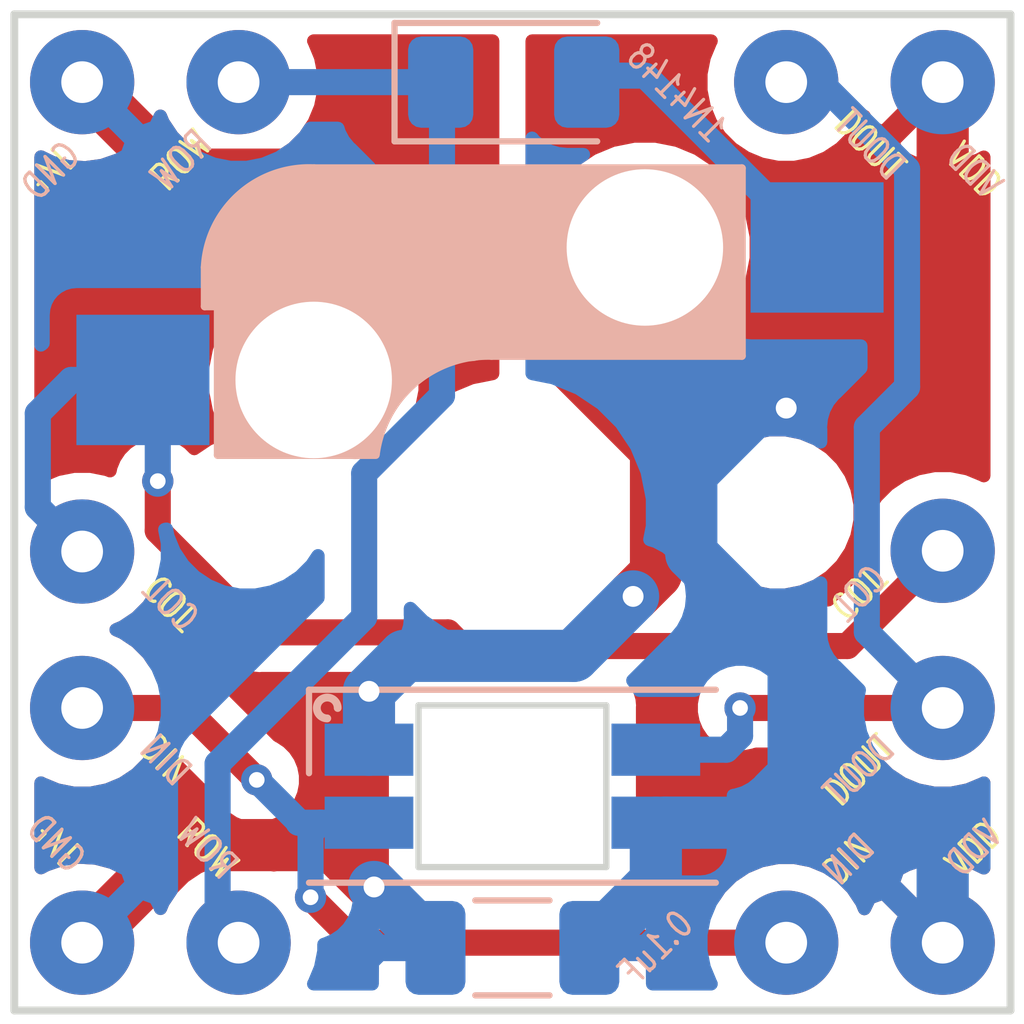
<source format=kicad_pcb>
(kicad_pcb (version 20171130) (host pcbnew "(5.1.9)-1")

  (general
    (thickness 1.6)
    (drawings 7)
    (tracks 83)
    (zones 0)
    (modules 17)
    (nets 8)
  )

  (page A4)
  (layers
    (0 F.Cu signal hide)
    (31 B.Cu signal hide)
    (32 B.Adhes user)
    (33 F.Adhes user)
    (34 B.Paste user)
    (35 F.Paste user)
    (36 B.SilkS user)
    (37 F.SilkS user)
    (38 B.Mask user)
    (39 F.Mask user)
    (40 Dwgs.User user)
    (41 Cmts.User user)
    (42 Eco1.User user)
    (43 Eco2.User user)
    (44 Edge.Cuts user)
    (45 Margin user)
    (46 B.CrtYd user)
    (47 F.CrtYd user)
    (48 B.Fab user)
    (49 F.Fab user)
  )

  (setup
    (last_trace_width 0.5)
    (user_trace_width 0.25)
    (user_trace_width 0.5)
    (trace_clearance 0.2)
    (zone_clearance 0.508)
    (zone_45_only no)
    (trace_min 0.2)
    (via_size 0.6)
    (via_drill 0.3)
    (via_min_size 0.6)
    (via_min_drill 0.3)
    (uvia_size 0.3)
    (uvia_drill 0.1)
    (uvias_allowed no)
    (uvia_min_size 0.2)
    (uvia_min_drill 0.1)
    (edge_width 0.1)
    (segment_width 0.2)
    (pcb_text_width 0.3)
    (pcb_text_size 1.5 1.5)
    (mod_edge_width 0.15)
    (mod_text_size 1 1)
    (mod_text_width 0.15)
    (pad_size 2 2)
    (pad_drill 0.8001)
    (pad_to_mask_clearance 0)
    (aux_axis_origin 0 0)
    (visible_elements 7FFFFFFF)
    (pcbplotparams
      (layerselection 0x010fc_ffffffff)
      (usegerberextensions false)
      (usegerberattributes true)
      (usegerberadvancedattributes true)
      (creategerberjobfile true)
      (excludeedgelayer true)
      (linewidth 0.100000)
      (plotframeref false)
      (viasonmask false)
      (mode 1)
      (useauxorigin false)
      (hpglpennumber 1)
      (hpglpenspeed 20)
      (hpglpendiameter 15.000000)
      (psnegative false)
      (psa4output false)
      (plotreference true)
      (plotvalue true)
      (plotinvisibletext false)
      (padsonsilk false)
      (subtractmaskfromsilk false)
      (outputformat 1)
      (mirror false)
      (drillshape 1)
      (scaleselection 1)
      (outputdirectory ""))
  )

  (net 0 "")
  (net 1 /VCC)
  (net 2 /GND)
  (net 3 /ROW_N)
  (net 4 "Net-(D1-Pad2)")
  (net 5 /COL_N)
  (net 6 /LED_DI)
  (net 7 /LED_DO)

  (net_class Default "This is the default net class."
    (clearance 0.2)
    (trace_width 0.5)
    (via_dia 0.6)
    (via_drill 0.3)
    (uvia_dia 0.3)
    (uvia_drill 0.1)
    (add_net /COL_N)
    (add_net /LED_DI)
    (add_net /LED_DO)
    (add_net /ROW_N)
    (add_net "Net-(D1-Pad2)")
  )

  (net_class POWER ""
    (clearance 0.2)
    (trace_width 1)
    (via_dia 0.8)
    (via_drill 0.4)
    (uvia_dia 0.3)
    (uvia_drill 0.1)
    (add_net /GND)
    (add_net /VCC)
  )

  (module "" (layer B.Cu) (tedit 0) (tstamp 60362D51)
    (at 90 87.5)
    (fp_text reference "" (at 99.75 -83) (layer B.SilkS)
      (effects (font (size 1.27 1.27) (thickness 0.15)) (justify mirror))
    )
    (fp_text value "" (at 99.75 -83) (layer B.SilkS)
      (effects (font (size 1.27 1.27) (thickness 0.15)) (justify mirror))
    )
    (fp_text user ROW (at 3.9 -3.3 -45) (layer F.SilkS)
      (effects (font (size 0.5 0.4) (thickness 0.0625)))
    )
    (fp_text user DIN (at 16.2 -3.1 -135) (layer F.SilkS)
      (effects (font (size 0.5 0.4) (thickness 0.0625)))
    )
    (fp_text user COL (at 3.2 -8 -225) (layer F.SilkS)
      (effects (font (size 0.5 0.4) (thickness 0.0625)))
    )
    (fp_text user DOUT (at 16.4 -4.8 -135) (layer F.SilkS)
      (effects (font (size 0.5 0.4) (thickness 0.0625)))
    )
    (fp_text user DOUT (at 16.6 -16.8 -225) (layer F.SilkS)
      (effects (font (size 0.5 0.4) (thickness 0.0625)))
    )
    (fp_text user COL (at 16.4 -8.2 -135) (layer F.SilkS)
      (effects (font (size 0.5 0.4) (thickness 0.0625)))
    )
    (fp_text user ROW (at 3.4 -16.5 -315) (layer F.SilkS)
      (effects (font (size 0.5 0.4) (thickness 0.0625)))
    )
    (fp_text user VDD (at 18.6 -16.3 -45) (layer F.SilkS)
      (effects (font (size 0.5 0.4) (thickness 0.0625)))
    )
    (fp_text user GND (at 0.9 -16.3 -135) (layer F.SilkS)
      (effects (font (size 0.5 0.4) (thickness 0.0625)))
    )
    (fp_text user VDD (at 18.6 -3.3 -135) (layer F.SilkS)
      (effects (font (size 0.5 0.4) (thickness 0.0625)))
    )
    (fp_text user GND (at 1 -3.4 -45) (layer F.SilkS)
      (effects (font (size 0.5 0.4) (thickness 0.0625)))
    )
    (fp_text user DIN (at 3.1 -5 -45) (layer F.SilkS)
      (effects (font (size 0.5 0.4) (thickness 0.0625)))
    )
  )

  (module kbd:YS-SK6812MINI-E (layer B.Cu) (tedit 60355946) (tstamp 60352D08)
    (at 99.75 83)
    (path /6023B217)
    (fp_text reference L1 (at -4.75 -1.4) (layer B.SilkS) hide
      (effects (font (size 1 1) (thickness 0.15)) (justify mirror))
    )
    (fp_text value SK6812_mini-e (at 3.55 6.4) (layer B.Fab)
      (effects (font (size 1 1) (thickness 0.15)) (justify mirror))
    )
    (fp_line (start -1.6 1.4) (end 1.6 1.4) (layer Dwgs.User) (width 0.12))
    (fp_line (start -1.6 -1.4) (end 1.6 -1.4) (layer Dwgs.User) (width 0.12))
    (fp_line (start -1.6 1.4) (end -1.6 -1.4) (layer Dwgs.User) (width 0.12))
    (fp_line (start 1.6 1.4) (end 1.6 -1.4) (layer Dwgs.User) (width 0.12))
    (fp_line (start -1.6 1.05) (end -2.94 1.05) (layer Dwgs.User) (width 0.12))
    (fp_line (start -2.94 1.05) (end -2.94 0.37) (layer Dwgs.User) (width 0.12))
    (fp_line (start -2.94 0.37) (end -1.6 0.37) (layer Dwgs.User) (width 0.12))
    (fp_line (start -1.6 -0.35) (end -2.94 -0.35) (layer Dwgs.User) (width 0.12))
    (fp_line (start -2.94 -1.03) (end -1.6 -1.03) (layer Dwgs.User) (width 0.12))
    (fp_line (start -2.94 -0.35) (end -2.94 -1.03) (layer Dwgs.User) (width 0.12))
    (fp_line (start 1.6 -1.03) (end 2.94 -1.03) (layer Dwgs.User) (width 0.12))
    (fp_line (start 2.94 -0.35) (end 1.6 -0.35) (layer Dwgs.User) (width 0.12))
    (fp_line (start 2.94 -1.03) (end 2.94 -0.35) (layer Dwgs.User) (width 0.12))
    (fp_line (start 1.6 0.37) (end 2.94 0.37) (layer Dwgs.User) (width 0.12))
    (fp_line (start 2.94 1.05) (end 1.6 1.05) (layer Dwgs.User) (width 0.12))
    (fp_line (start 2.94 0.37) (end 2.94 1.05) (layer Dwgs.User) (width 0.12))
    (fp_line (start -1.6 -0.7) (end -0.8 -1.4) (layer Dwgs.User) (width 0.12))
    (fp_line (start -3.9 -1.85) (end 3.9 -1.85) (layer B.SilkS) (width 0.12))
    (fp_line (start 3.9 1.85) (end -3.9 1.85) (layer B.SilkS) (width 0.12))
    (fp_line (start -3.9 -0.25) (end -3.9 -1.85) (layer B.SilkS) (width 0.12))
    (fp_line (start -1.8 1.55) (end -1.8 -1.55) (layer Edge.Cuts) (width 0.12))
    (fp_line (start -1.8 -1.55) (end 1.8 -1.55) (layer Edge.Cuts) (width 0.12))
    (fp_line (start 1.8 -1.55) (end 1.8 1.55) (layer Edge.Cuts) (width 0.12))
    (fp_line (start 1.8 1.55) (end -1.8 1.55) (layer Edge.Cuts) (width 0.12))
    (pad 4 smd rect (at -2.75 0.7) (size 1.7 1) (layers B.Cu B.Paste B.Mask)
      (net 6 /LED_DI))
    (pad 3 smd rect (at -2.75 -0.7) (size 1.7 1) (layers B.Cu B.Paste B.Mask)
      (net 2 /GND))
    (pad 1 smd rect (at 2.75 0.7) (size 1.7 1) (layers B.Cu B.Paste B.Mask)
      (net 1 /VCC))
    (pad 2 smd rect (at 2.75 -0.7) (size 1.7 1) (layers B.Cu B.Paste B.Mask)
      (net 7 /LED_DO))
    (model /Users/foostan/src/github.com/foostan/kbd/kicad-packages3D/kbd.3dshapes/YS-SK6812MINI-E.step
      (offset (xyz 0 0 0.14986))
      (scale (xyz 1 1 1))
      (rotate (xyz 180 0 180))
    )
    (model ${KIPRJMOD}/footprints/kicad-packages3D/kbd.3dshapes/YS-SK6812MINI-E.step
      (at (xyz 0 0 0))
      (scale (xyz 1 1 1))
      (rotate (xyz 0 180 0))
    )
  )

  (module kbd:CherryMX_Hotswap (layer F.Cu) (tedit 60354CE3) (tstamp 60352D27)
    (at 99.75 77.75)
    (path /5F6D180E)
    (fp_text reference SW1 (at 7.1 8.2) (layer F.SilkS) hide
      (effects (font (size 0.5 0.4) (thickness 0.0625)))
    )
    (fp_text value SW_Push (at -6.45 11.75) (layer F.Fab) hide
      (effects (font (size 1 1) (thickness 0.15)))
    )
    (fp_arc (start -0.465 -0.83) (end -0.4 -3) (angle -84) (layer B.SilkS) (width 0.15))
    (fp_arc (start -3.9 -4.6) (end -3.800001 -6.6) (angle -90) (layer B.SilkS) (width 0.15))
    (fp_arc (start -0.865 -1.23) (end -0.8 -3.4) (angle -84) (layer B.SilkS) (width 1))
    (fp_line (start -7 7) (end -6 7) (layer Dwgs.User) (width 0.15))
    (fp_line (start 7 -7) (end 7 -6) (layer Dwgs.User) (width 0.15))
    (fp_line (start -7 -7) (end -6 -7) (layer Dwgs.User) (width 0.15))
    (fp_line (start 7 7) (end 7 6) (layer Dwgs.User) (width 0.15))
    (fp_line (start 6 7) (end 7 7) (layer Dwgs.User) (width 0.15))
    (fp_line (start -7 6) (end -7 7) (layer Dwgs.User) (width 0.15))
    (fp_line (start 7 -7) (end 6 -7) (layer Dwgs.User) (width 0.15))
    (fp_line (start -7 -6) (end -7 -7) (layer Dwgs.User) (width 0.15))
    (fp_line (start -9.525 9.525) (end -9.525 -9.525) (layer Dwgs.User) (width 0.15))
    (fp_line (start 9.525 9.525) (end -9.525 9.525) (layer Dwgs.User) (width 0.15))
    (fp_line (start 9.525 -9.525) (end 9.525 9.525) (layer Dwgs.User) (width 0.15))
    (fp_line (start -9.525 -9.525) (end 9.525 -9.525) (layer Dwgs.User) (width 0.15))
    (fp_line (start -5.8 -4.05) (end -5.8 -4.7) (layer B.SilkS) (width 0.3))
    (fp_line (start -5.3 -1.6) (end -5.3 -3.399999) (layer B.SilkS) (width 0.8))
    (fp_line (start -4.17 -5.1) (end -4.17 -2.86) (layer B.SilkS) (width 3))
    (fp_line (start 4.2 -3.25) (end 2.9 -3.3) (layer B.SilkS) (width 0.5))
    (fp_line (start 3.9 -6) (end 3.9 -3.5) (layer B.SilkS) (width 1))
    (fp_line (start 2.6 -4.8) (end -4.1 -4.8) (layer B.SilkS) (width 3.5))
    (fp_line (start 4.4 -3) (end 4.4 -6.6) (layer B.SilkS) (width 0.15))
    (fp_line (start 4.38 -4) (end 4.38 -6.25) (layer B.SilkS) (width 0.15))
    (fp_line (start -5.9 -3.95) (end -5.7 -3.95) (layer B.SilkS) (width 0.15))
    (fp_line (start -5.65 -5.55) (end -5.65 -1.1) (layer B.SilkS) (width 0.15))
    (fp_line (start -5.9 -4.7) (end -5.9 -3.95) (layer B.SilkS) (width 0.15))
    (fp_line (start -5.65 -1.1) (end -2.62 -1.1) (layer B.SilkS) (width 0.15))
    (fp_line (start -0.4 -3) (end 4.4 -3) (layer B.SilkS) (width 0.15))
    (fp_line (start 4.4 -6.6) (end -3.800001 -6.6) (layer B.SilkS) (width 0.15))
    (fp_line (start -5.45 -1.3) (end -3 -1.3) (layer B.SilkS) (width 0.5))
    (fp_line (start 4.25 -6.4) (end 3 -6.4) (layer B.SilkS) (width 0.4))
    (pad "" np_thru_hole circle (at 2.54 -5.08) (size 3 3) (drill 3) (layers *.Cu *.Mask))
    (pad "" np_thru_hole circle (at -3.81 -2.54) (size 3 3) (drill 3) (layers *.Cu *.Mask))
    (pad 2 smd rect (at 5.842 -5.08 180) (size 2.55 2.5) (layers B.Cu B.Paste B.Mask)
      (net 4 "Net-(D1-Pad2)"))
    (pad "" np_thru_hole circle (at -5.08 0) (size 1.9 1.9) (drill 1.9) (layers *.Cu *.Mask))
    (pad "" np_thru_hole circle (at 5.08 0) (size 1.9 1.9) (drill 1.9) (layers *.Cu *.Mask))
    (pad "" np_thru_hole circle (at 0 0 90) (size 4.1 4.1) (drill 4.1) (layers *.Cu *.Mask))
    (pad 1 smd rect (at -7.085 -2.54 180) (size 2.55 2.5) (layers B.Cu B.Paste B.Mask)
      (net 5 /COL_N))
    (model /Users/foostan/src/github.com/foostan/kbd/kicad-packages3D/kbd.3dshapes/Kailh-CherryMX-Socket.step
      (offset (xyz -0.8 7.6 -3.6))
      (scale (xyz 1 1 1))
      (rotate (xyz 0 0 180))
    )
    (model ${KIPRJMOD}/footprints/kicad-packages3D/kbd.3dshapes/Kailh-CherryMX-Socket.step
      (offset (xyz -1.27 7.62 -3.4798))
      (scale (xyz 1 1 1))
      (rotate (xyz -180 180 0))
    )
  )

  (module Connector_Wire:SolderWirePad_1x01_Drill0.8mm (layer F.Cu) (tedit 5A2676A0) (tstamp 60361D01)
    (at 108 86)
    (descr "Wire solder connection")
    (tags connector)
    (path /5F7104B2)
    (attr virtual)
    (fp_text reference J1 (at 0 -2.04) (layer F.SilkS) hide
      (effects (font (size 0.5 0.4) (thickness 0.0625)))
    )
    (fp_text value VDD (at 0.6 -1.8 45) (layer B.SilkS)
      (effects (font (size 0.5 0.4) (thickness 0.0625)) (justify mirror))
    )
    (fp_text user %R (at 0 0) (layer F.Fab)
      (effects (font (size 1 1) (thickness 0.15)))
    )
    (fp_line (start -1.5 -1.5) (end 1.5 -1.5) (layer F.CrtYd) (width 0.05))
    (fp_line (start -1.5 -1.5) (end -1.5 1.5) (layer F.CrtYd) (width 0.05))
    (fp_line (start 1.5 1.5) (end 1.5 -1.5) (layer F.CrtYd) (width 0.05))
    (fp_line (start 1.5 1.5) (end -1.5 1.5) (layer F.CrtYd) (width 0.05))
    (pad 1 thru_hole circle (at 0 0) (size 1.99898 1.99898) (drill 0.8001) (layers *.Cu *.Mask)
      (net 1 /VCC))
  )

  (module Connector_Wire:SolderWirePad_1x01_Drill0.8mm (layer F.Cu) (tedit 5A2676A0) (tstamp 60361D52)
    (at 91.5 69.5)
    (descr "Wire solder connection")
    (tags connector)
    (path /5F710812)
    (attr virtual)
    (fp_text reference J2 (at 0 2.25) (layer F.SilkS) hide
      (effects (font (size 0.5 0.4) (thickness 0.0625)))
    )
    (fp_text value GND (at -0.6 1.7 45) (layer B.SilkS)
      (effects (font (size 0.5 0.4) (thickness 0.0625)) (justify mirror))
    )
    (fp_text user %R (at 0 0) (layer F.Fab)
      (effects (font (size 1 1) (thickness 0.15)))
    )
    (fp_line (start -1.5 -1.5) (end 1.5 -1.5) (layer F.CrtYd) (width 0.05))
    (fp_line (start -1.5 -1.5) (end -1.5 1.5) (layer F.CrtYd) (width 0.05))
    (fp_line (start 1.5 1.5) (end 1.5 -1.5) (layer F.CrtYd) (width 0.05))
    (fp_line (start 1.5 1.5) (end -1.5 1.5) (layer F.CrtYd) (width 0.05))
    (pad 1 thru_hole circle (at 0 0) (size 1.99898 1.99898) (drill 0.8001) (layers *.Cu *.Mask)
      (net 2 /GND))
  )

  (module Connector_Wire:SolderWirePad_1x01_Drill0.8mm (layer F.Cu) (tedit 5A2676A0) (tstamp 60361CCB)
    (at 91.5 78.5)
    (descr "Wire solder connection")
    (tags connector)
    (path /5F7112E8)
    (attr virtual)
    (fp_text reference J3 (at 1.75 0) (layer F.SilkS) hide
      (effects (font (size 0.5 0.4) (thickness 0.0625)))
    )
    (fp_text value COL (at 1.7 1 135) (layer B.SilkS)
      (effects (font (size 0.5 0.4) (thickness 0.0625)) (justify mirror))
    )
    (fp_text user %R (at 0 0) (layer F.Fab)
      (effects (font (size 1 1) (thickness 0.15)))
    )
    (fp_line (start -1.5 -1.5) (end 1.5 -1.5) (layer F.CrtYd) (width 0.05))
    (fp_line (start -1.5 -1.5) (end -1.5 1.5) (layer F.CrtYd) (width 0.05))
    (fp_line (start 1.5 1.5) (end 1.5 -1.5) (layer F.CrtYd) (width 0.05))
    (fp_line (start 1.5 1.5) (end -1.5 1.5) (layer F.CrtYd) (width 0.05))
    (pad 1 thru_hole circle (at 0 0) (size 1.99898 1.99898) (drill 0.8001) (layers *.Cu *.Mask)
      (net 5 /COL_N))
  )

  (module Connector_Wire:SolderWirePad_1x01_Drill0.8mm (layer F.Cu) (tedit 5A2676A0) (tstamp 60361CE6)
    (at 94.5 86)
    (descr "Wire solder connection")
    (tags connector)
    (path /5F7127C1)
    (attr virtual)
    (fp_text reference J4 (at 0 -2.04) (layer F.SilkS) hide
      (effects (font (size 0.5 0.4) (thickness 0.0625)))
    )
    (fp_text value ROW (at -0.6 -1.8 315) (layer B.SilkS)
      (effects (font (size 0.5 0.4) (thickness 0.0625)) (justify mirror))
    )
    (fp_text user %R (at 0 0) (layer F.Fab)
      (effects (font (size 1 1) (thickness 0.15)))
    )
    (fp_line (start -1.5 -1.5) (end 1.5 -1.5) (layer F.CrtYd) (width 0.05))
    (fp_line (start -1.5 -1.5) (end -1.5 1.5) (layer F.CrtYd) (width 0.05))
    (fp_line (start 1.5 1.5) (end 1.5 -1.5) (layer F.CrtYd) (width 0.05))
    (fp_line (start 1.5 1.5) (end -1.5 1.5) (layer F.CrtYd) (width 0.05))
    (pad 1 thru_hole circle (at 0 0) (size 1.99898 1.99898) (drill 0.8001) (layers *.Cu *.Mask)
      (net 3 /ROW_N))
  )

  (module Connector_Wire:SolderWirePad_1x01_Drill0.8mm (layer F.Cu) (tedit 5A2676A0) (tstamp 60361D6D)
    (at 105 86)
    (descr "Wire solder connection")
    (tags connector)
    (path /5F7127D5)
    (attr virtual)
    (fp_text reference J5 (at 0 -2.04) (layer F.SilkS) hide
      (effects (font (size 0.5 0.4) (thickness 0.0625)))
    )
    (fp_text value DIN (at 1.2 -1.6 45) (layer B.SilkS)
      (effects (font (size 0.5 0.4) (thickness 0.0625)) (justify mirror))
    )
    (fp_text user %R (at 0 0) (layer F.Fab)
      (effects (font (size 1 1) (thickness 0.15)))
    )
    (fp_line (start -1.5 -1.5) (end 1.5 -1.5) (layer F.CrtYd) (width 0.05))
    (fp_line (start -1.5 -1.5) (end -1.5 1.5) (layer F.CrtYd) (width 0.05))
    (fp_line (start 1.5 1.5) (end 1.5 -1.5) (layer F.CrtYd) (width 0.05))
    (fp_line (start 1.5 1.5) (end -1.5 1.5) (layer F.CrtYd) (width 0.05))
    (pad 1 thru_hole circle (at 0 0) (size 1.99898 1.99898) (drill 0.8001) (layers *.Cu *.Mask)
      (net 6 /LED_DI))
  )

  (module Connector_Wire:SolderWirePad_1x01_Drill0.8mm (layer F.Cu) (tedit 5A2676A0) (tstamp 60361CB0)
    (at 108 81.5)
    (descr "Wire solder connection")
    (tags connector)
    (path /5F7127E9)
    (attr virtual)
    (fp_text reference J6 (at -2.25 0) (layer F.SilkS) hide
      (effects (font (size 0.5 0.4) (thickness 0.0625)))
    )
    (fp_text value DOUT (at -1.6 1.2 225) (layer B.SilkS)
      (effects (font (size 0.5 0.4) (thickness 0.0625)) (justify mirror))
    )
    (fp_text user %R (at 0 0) (layer F.Fab)
      (effects (font (size 1 1) (thickness 0.15)))
    )
    (fp_line (start 1.5 1.5) (end -1.5 1.5) (layer F.CrtYd) (width 0.05))
    (fp_line (start 1.5 1.5) (end 1.5 -1.5) (layer F.CrtYd) (width 0.05))
    (fp_line (start -1.5 -1.5) (end -1.5 1.5) (layer F.CrtYd) (width 0.05))
    (fp_line (start -1.5 -1.5) (end 1.5 -1.5) (layer F.CrtYd) (width 0.05))
    (pad 1 thru_hole circle (at 0 0) (size 1.99898 1.99898) (drill 0.8001) (layers *.Cu *.Mask)
      (net 7 /LED_DO))
  )

  (module Connector_Wire:SolderWirePad_1x01_Drill0.8mm (layer F.Cu) (tedit 5A2676A0) (tstamp 60361D37)
    (at 108 69.5)
    (descr "Wire solder connection")
    (tags connector)
    (path /5F70FDB4)
    (attr virtual)
    (fp_text reference J7 (at 0 2.25) (layer F.SilkS) hide
      (effects (font (size 0.5 0.4) (thickness 0.0625)))
    )
    (fp_text value VDD (at 0.6 1.7 135) (layer B.SilkS)
      (effects (font (size 0.5 0.4) (thickness 0.0625)) (justify mirror))
    )
    (fp_text user %R (at 0 0) (layer F.Fab)
      (effects (font (size 1 1) (thickness 0.15)))
    )
    (fp_line (start 1.5 1.5) (end -1.5 1.5) (layer F.CrtYd) (width 0.05))
    (fp_line (start 1.5 1.5) (end 1.5 -1.5) (layer F.CrtYd) (width 0.05))
    (fp_line (start -1.5 -1.5) (end -1.5 1.5) (layer F.CrtYd) (width 0.05))
    (fp_line (start -1.5 -1.5) (end 1.5 -1.5) (layer F.CrtYd) (width 0.05))
    (pad 1 thru_hole circle (at 0 0) (size 1.99898 1.99898) (drill 0.8001) (layers *.Cu *.Mask)
      (net 1 /VCC))
  )

  (module Connector_Wire:SolderWirePad_1x01_Drill0.8mm (layer F.Cu) (tedit 5A2676A0) (tstamp 60361D1C)
    (at 91.5 86)
    (descr "Wire solder connection")
    (tags connector)
    (path /5F7112DE)
    (attr virtual)
    (fp_text reference J8 (at 0 -2.04) (layer F.SilkS) hide
      (effects (font (size 0.5 0.4) (thickness 0.0625)))
    )
    (fp_text value GND (at -0.5 -1.9 135) (layer B.SilkS)
      (effects (font (size 0.5 0.4) (thickness 0.0625)) (justify mirror))
    )
    (fp_text user %R (at 0 0) (layer F.Fab)
      (effects (font (size 1 1) (thickness 0.15)))
    )
    (fp_line (start 1.5 1.5) (end -1.5 1.5) (layer F.CrtYd) (width 0.05))
    (fp_line (start 1.5 1.5) (end 1.5 -1.5) (layer F.CrtYd) (width 0.05))
    (fp_line (start -1.5 -1.5) (end -1.5 1.5) (layer F.CrtYd) (width 0.05))
    (fp_line (start -1.5 -1.5) (end 1.5 -1.5) (layer F.CrtYd) (width 0.05))
    (pad 1 thru_hole circle (at 0 0) (size 1.99898 1.99898) (drill 0.8001) (layers *.Cu *.Mask)
      (net 2 /GND))
  )

  (module Connector_Wire:SolderWirePad_1x01_Drill0.8mm (layer F.Cu) (tedit 5A2676A0) (tstamp 60361C7A)
    (at 108 78.486)
    (descr "Wire solder connection")
    (tags connector)
    (path /5F7112F2)
    (attr virtual)
    (fp_text reference J9 (at -1.75 0.014) (layer F.SilkS) hide
      (effects (font (size 0.5 0.4) (thickness 0.0625)))
    )
    (fp_text value COL (at -1.6 0.814 225) (layer B.SilkS)
      (effects (font (size 0.5 0.4) (thickness 0.0625)) (justify mirror))
    )
    (fp_text user %R (at 0 0) (layer F.Fab)
      (effects (font (size 1 1) (thickness 0.15)))
    )
    (fp_line (start 1.5 1.5) (end -1.5 1.5) (layer F.CrtYd) (width 0.05))
    (fp_line (start 1.5 1.5) (end 1.5 -1.5) (layer F.CrtYd) (width 0.05))
    (fp_line (start -1.5 -1.5) (end -1.5 1.5) (layer F.CrtYd) (width 0.05))
    (fp_line (start -1.5 -1.5) (end 1.5 -1.5) (layer F.CrtYd) (width 0.05))
    (pad 1 thru_hole circle (at 0 0) (size 1.99898 1.99898) (drill 0.8001) (layers *.Cu *.Mask)
      (net 5 /COL_N))
  )

  (module Connector_Wire:SolderWirePad_1x01_Drill0.8mm (layer F.Cu) (tedit 5A2676A0) (tstamp 60361C44)
    (at 94.5 69.5)
    (descr "Wire solder connection")
    (tags connector)
    (path /5F7127CB)
    (attr virtual)
    (fp_text reference J10 (at 0 2.25) (layer F.SilkS) hide
      (effects (font (size 0.5 0.4) (thickness 0.0625)))
    )
    (fp_text value ROW (at -1.1 1.5 45) (layer B.SilkS)
      (effects (font (size 0.5 0.4) (thickness 0.0625)) (justify mirror))
    )
    (fp_text user %R (at 0 0) (layer F.Fab)
      (effects (font (size 1 1) (thickness 0.15)))
    )
    (fp_line (start 1.5 1.5) (end -1.5 1.5) (layer F.CrtYd) (width 0.05))
    (fp_line (start 1.5 1.5) (end 1.5 -1.5) (layer F.CrtYd) (width 0.05))
    (fp_line (start -1.5 -1.5) (end -1.5 1.5) (layer F.CrtYd) (width 0.05))
    (fp_line (start -1.5 -1.5) (end 1.5 -1.5) (layer F.CrtYd) (width 0.05))
    (pad 1 thru_hole circle (at 0 0) (size 1.99898 1.99898) (drill 0.8001) (layers *.Cu *.Mask)
      (net 3 /ROW_N))
  )

  (module Connector_Wire:SolderWirePad_1x01_Drill0.8mm (layer F.Cu) (tedit 5A2676A0) (tstamp 60361C5F)
    (at 91.5 81.5)
    (descr "Wire solder connection")
    (tags connector)
    (path /5F7127DF)
    (attr virtual)
    (fp_text reference J11 (at 2 0) (layer F.SilkS) hide
      (effects (font (size 0.5 0.4) (thickness 0.0625)))
    )
    (fp_text value DIN (at 1.6 1 135) (layer B.SilkS)
      (effects (font (size 0.5 0.4) (thickness 0.0625)) (justify mirror))
    )
    (fp_text user %R (at 0 0) (layer F.Fab)
      (effects (font (size 1 1) (thickness 0.15)))
    )
    (fp_line (start -1.5 -1.5) (end 1.5 -1.5) (layer F.CrtYd) (width 0.05))
    (fp_line (start -1.5 -1.5) (end -1.5 1.5) (layer F.CrtYd) (width 0.05))
    (fp_line (start 1.5 1.5) (end 1.5 -1.5) (layer F.CrtYd) (width 0.05))
    (fp_line (start 1.5 1.5) (end -1.5 1.5) (layer F.CrtYd) (width 0.05))
    (pad 1 thru_hole circle (at 0 0) (size 1.99898 1.99898) (drill 0.8001) (layers *.Cu *.Mask)
      (net 6 /LED_DI))
  )

  (module Connector_Wire:SolderWirePad_1x01_Drill0.8mm (layer F.Cu) (tedit 5A2676A0) (tstamp 60361C95)
    (at 105 69.5)
    (descr "Wire solder connection")
    (tags connector)
    (path /5F7127F3)
    (attr virtual)
    (fp_text reference J12 (at 0 2.25) (layer F.SilkS) hide
      (effects (font (size 0.5 0.4) (thickness 0.0625)))
    )
    (fp_text value DOUT (at 1.6 1.2 135) (layer B.SilkS)
      (effects (font (size 0.5 0.4) (thickness 0.0625)) (justify mirror))
    )
    (fp_text user %R (at 0 0) (layer F.Fab)
      (effects (font (size 1 1) (thickness 0.15)))
    )
    (fp_line (start 1.5 1.5) (end -1.5 1.5) (layer F.CrtYd) (width 0.05))
    (fp_line (start 1.5 1.5) (end 1.5 -1.5) (layer F.CrtYd) (width 0.05))
    (fp_line (start -1.5 -1.5) (end -1.5 1.5) (layer F.CrtYd) (width 0.05))
    (fp_line (start -1.5 -1.5) (end 1.5 -1.5) (layer F.CrtYd) (width 0.05))
    (pad 1 thru_hole circle (at 0 0) (size 1.99898 1.99898) (drill 0.8001) (layers *.Cu *.Mask)
      (net 7 /LED_DO))
  )

  (module Capacitor_SMD:C_1206_3216Metric (layer B.Cu) (tedit 5F68FEEE) (tstamp 602A6A8E)
    (at 99.75 86.1 180)
    (descr "Capacitor SMD 1206 (3216 Metric), square (rectangular) end terminal, IPC_7351 nominal, (Body size source: IPC-SM-782 page 76, https://www.pcb-3d.com/wordpress/wp-content/uploads/ipc-sm-782a_amendment_1_and_2.pdf), generated with kicad-footprint-generator")
    (tags capacitor)
    (path /601B0F54)
    (attr smd)
    (fp_text reference C1 (at 3.15 -0.1) (layer B.SilkS) hide
      (effects (font (size 1 1) (thickness 0.15)) (justify mirror))
    )
    (fp_text value 0.1uF (at -2.75 0 45) (layer B.SilkS)
      (effects (font (size 0.5 0.4) (thickness 0.0625)) (justify mirror))
    )
    (fp_line (start 2.3 -1.15) (end -2.3 -1.15) (layer B.CrtYd) (width 0.05))
    (fp_line (start 2.3 1.15) (end 2.3 -1.15) (layer B.CrtYd) (width 0.05))
    (fp_line (start -2.3 1.15) (end 2.3 1.15) (layer B.CrtYd) (width 0.05))
    (fp_line (start -2.3 -1.15) (end -2.3 1.15) (layer B.CrtYd) (width 0.05))
    (fp_line (start -0.711252 -0.91) (end 0.711252 -0.91) (layer B.SilkS) (width 0.12))
    (fp_line (start -0.711252 0.91) (end 0.711252 0.91) (layer B.SilkS) (width 0.12))
    (fp_line (start 1.6 -0.8) (end -1.6 -0.8) (layer B.Fab) (width 0.1))
    (fp_line (start 1.6 0.8) (end 1.6 -0.8) (layer B.Fab) (width 0.1))
    (fp_line (start -1.6 0.8) (end 1.6 0.8) (layer B.Fab) (width 0.1))
    (fp_line (start -1.6 -0.8) (end -1.6 0.8) (layer B.Fab) (width 0.1))
    (fp_text user %R (at 0 0) (layer B.Fab)
      (effects (font (size 0.8 0.8) (thickness 0.12)) (justify mirror))
    )
    (pad 1 smd roundrect (at -1.475 0 180) (size 1.15 1.8) (layers B.Cu B.Paste B.Mask) (roundrect_rratio 0.217391)
      (net 1 /VCC))
    (pad 2 smd roundrect (at 1.475 0 180) (size 1.15 1.8) (layers B.Cu B.Paste B.Mask) (roundrect_rratio 0.217391)
      (net 2 /GND))
    (model ${KISYS3DMOD}/Capacitor_SMD.3dshapes/C_1206_3216Metric.wrl
      (at (xyz 0 0 0))
      (scale (xyz 1 1 1))
      (rotate (xyz 0 0 0))
    )
  )

  (module Diode_SMD:D_1206_3216Metric (layer B.Cu) (tedit 5F68FEF0) (tstamp 6034C443)
    (at 99.775 69.5)
    (descr "Diode SMD 1206 (3216 Metric), square (rectangular) end terminal, IPC_7351 nominal, (Body size source: http://www.tortai-tech.com/upload/download/2011102023233369053.pdf), generated with kicad-footprint-generator")
    (tags diode)
    (path /5F6D17DD)
    (attr smd)
    (fp_text reference D1 (at -3.275 0.1 -90) (layer B.SilkS) hide
      (effects (font (size 1 1) (thickness 0.15)) (justify mirror))
    )
    (fp_text value 1N4148 (at 3.125 0.2 -45) (layer B.SilkS)
      (effects (font (size 0.5 0.4) (thickness 0.0625)) (justify mirror))
    )
    (fp_line (start 1.6 0.8) (end -1.2 0.8) (layer B.Fab) (width 0.1))
    (fp_line (start -1.2 0.8) (end -1.6 0.4) (layer B.Fab) (width 0.1))
    (fp_line (start -1.6 0.4) (end -1.6 -0.8) (layer B.Fab) (width 0.1))
    (fp_line (start -1.6 -0.8) (end 1.6 -0.8) (layer B.Fab) (width 0.1))
    (fp_line (start 1.6 -0.8) (end 1.6 0.8) (layer B.Fab) (width 0.1))
    (fp_line (start 1.6 1.135) (end -2.285 1.135) (layer B.SilkS) (width 0.12))
    (fp_line (start -2.285 1.135) (end -2.285 -1.135) (layer B.SilkS) (width 0.12))
    (fp_line (start -2.285 -1.135) (end 1.6 -1.135) (layer B.SilkS) (width 0.12))
    (fp_line (start -2.28 -1.12) (end -2.28 1.12) (layer B.CrtYd) (width 0.05))
    (fp_line (start -2.28 1.12) (end 2.28 1.12) (layer B.CrtYd) (width 0.05))
    (fp_line (start 2.28 1.12) (end 2.28 -1.12) (layer B.CrtYd) (width 0.05))
    (fp_line (start 2.28 -1.12) (end -2.28 -1.12) (layer B.CrtYd) (width 0.05))
    (fp_text user %R (at 0 0) (layer B.Fab)
      (effects (font (size 0.8 0.8) (thickness 0.12)) (justify mirror))
    )
    (pad 2 smd roundrect (at 1.4 0) (size 1.25 1.75) (layers B.Cu B.Paste B.Mask) (roundrect_rratio 0.2)
      (net 4 "Net-(D1-Pad2)"))
    (pad 1 smd roundrect (at -1.4 0) (size 1.25 1.75) (layers B.Cu B.Paste B.Mask) (roundrect_rratio 0.2)
      (net 3 /ROW_N))
    (model ${KISYS3DMOD}/Diode_SMD.3dshapes/D_1206_3216Metric.wrl
      (at (xyz 0 0 0))
      (scale (xyz 1 1 1))
      (rotate (xyz 0 0 0))
    )
  )

  (gr_arc (start 96.2 81.5) (end 96.4 81.5) (angle -270) (layer B.SilkS) (width 0.15))
  (gr_line (start 90 77.75) (end 109.5 77.75) (layer Dwgs.User) (width 0.15))
  (gr_line (start 99.75 68) (end 99.75 87.5) (layer Dwgs.User) (width 0.15) (tstamp 6034C47C))
  (gr_line (start 90.2 87.3) (end 90.2 68.2) (layer Edge.Cuts) (width 0.15) (tstamp 602272AE))
  (gr_line (start 109.3 87.3) (end 90.2 87.3) (layer Edge.Cuts) (width 0.15))
  (gr_line (start 109.3 68.2) (end 109.3 87.3) (layer Edge.Cuts) (width 0.15))
  (gr_line (start 90.2 68.2) (end 109.3 68.2) (layer Edge.Cuts) (width 0.15))

  (segment (start 108 86) (end 108 83.9) (width 1) (layer B.Cu) (net 1))
  (segment (start 104.9655 83.7) (end 107.8 83.7) (width 1) (layer B.Cu) (net 1))
  (segment (start 107.8 83.7) (end 108 83.9) (width 1) (layer B.Cu) (net 1))
  (segment (start 104.9655 83.7) (end 105.1419 83.5236) (width 1) (layer B.Cu) (net 1))
  (segment (start 105.1419 83.5236) (end 105.1419 80.503902) (width 1) (layer B.Cu) (net 1))
  (segment (start 104.9655 83.7) (end 102.6764 83.7) (width 1) (layer B.Cu) (net 1))
  (segment (start 102.6764 83.7) (end 102.5 83.8764) (width 1) (layer B.Cu) (net 1))
  (segment (start 104.434315 75.75) (end 105 75.75) (width 1) (layer B.Cu) (net 1))
  (segment (start 103.179999 77.004316) (end 104.434315 75.75) (width 1) (layer B.Cu) (net 1))
  (segment (start 103.179999 78.542001) (end 103.179999 77.004316) (width 1) (layer B.Cu) (net 1))
  (segment (start 105.1419 80.503902) (end 103.179999 78.542001) (width 1) (layer B.Cu) (net 1))
  (segment (start 108 72.75) (end 105 75.75) (width 1) (layer F.Cu) (net 1))
  (segment (start 108 69.5) (end 108 72.75) (width 1) (layer F.Cu) (net 1))
  (via (at 105 75.75) (size 0.8) (drill 0.4) (layers F.Cu B.Cu) (net 1))
  (segment (start 102.5 84.825) (end 102.5 83.8764) (width 1) (layer B.Cu) (net 1))
  (segment (start 101.225 86.1) (end 102.5 84.825) (width 1) (layer B.Cu) (net 1))
  (segment (start 102.5 83.8764) (end 102.5 83.7) (width 1) (layer B.Cu) (net 1))
  (via (at 97.0964 84.9315) (size 0.8) (drill 0.4) (layers F.Cu B.Cu) (net 2))
  (via (at 97 81.1803) (size 0.8) (drill 0.4) (layers F.Cu B.Cu) (net 2))
  (via (at 102.0644 79.3606) (size 0.8) (drill 0.4) (layers F.Cu B.Cu) (net 2))
  (segment (start 98.2649 86.1) (end 97.0964 84.9315) (width 1) (layer B.Cu) (net 2))
  (segment (start 98.275 86.1) (end 98.2649 86.1) (width 1) (layer B.Cu) (net 2))
  (segment (start 96.294 81.8863) (end 97 81.1803) (width 1) (layer F.Cu) (net 2))
  (segment (start 96.294 84.1291) (end 96.294 81.8863) (width 1) (layer F.Cu) (net 2))
  (segment (start 97.0964 84.9315) (end 96.294 84.1291) (width 1) (layer F.Cu) (net 2))
  (segment (start 93.3709 84.1291) (end 91.5 86) (width 1) (layer F.Cu) (net 2))
  (segment (start 96.294 84.1291) (end 93.3709 84.1291) (width 1) (layer F.Cu) (net 2))
  (segment (start 97 82.3) (end 97 81.1803) (width 1) (layer B.Cu) (net 2))
  (segment (start 100.9244 80.5006) (end 102.0644 79.3606) (width 1) (layer B.Cu) (net 2))
  (segment (start 97.6797 80.5006) (end 100.9244 80.5006) (width 1) (layer B.Cu) (net 2))
  (segment (start 97 81.1803) (end 97.6797 80.5006) (width 1) (layer B.Cu) (net 2))
  (segment (start 102.5029 78.9221) (end 102.0644 79.3606) (width 1) (layer F.Cu) (net 2))
  (segment (start 102.5029 76.5439) (end 102.5029 78.9221) (width 1) (layer F.Cu) (net 2))
  (segment (start 97.2323 71.2733) (end 102.5029 76.5439) (width 1) (layer F.Cu) (net 2))
  (segment (start 93.2733 71.2733) (end 97.2323 71.2733) (width 1) (layer F.Cu) (net 2))
  (segment (start 91.5 69.5) (end 93.2733 71.2733) (width 1) (layer F.Cu) (net 2))
  (segment (start 98.4 69.525) (end 98.375 69.5) (width 0.5) (layer B.Cu) (net 3))
  (segment (start 98.4 75.5084) (end 98.4 69.525) (width 0.5) (layer B.Cu) (net 3))
  (segment (start 96.9078 77.0006) (end 98.4 75.5084) (width 0.5) (layer B.Cu) (net 3))
  (segment (start 96.9078 79.7575) (end 96.9078 77.0006) (width 0.5) (layer B.Cu) (net 3))
  (segment (start 94.0976 82.5677) (end 96.9078 79.7575) (width 0.5) (layer B.Cu) (net 3))
  (segment (start 94.0976 85.5976) (end 94.0976 82.5677) (width 0.5) (layer B.Cu) (net 3))
  (segment (start 94.5 86) (end 94.0976 85.5976) (width 0.5) (layer B.Cu) (net 3))
  (segment (start 94.5 69.5) (end 98.375 69.5) (width 0.5) (layer B.Cu) (net 3))
  (segment (start 102.297 69.375) (end 105.592 72.67) (width 0.5) (layer B.Cu) (net 4))
  (segment (start 101.175 69.375) (end 102.297 69.375) (width 0.5) (layer B.Cu) (net 4))
  (segment (start 92.95 77.15) (end 92.95 78.1) (width 0.5) (layer F.Cu) (net 5))
  (segment (start 92.95 78.1) (end 94.9001 80.0501) (width 0.5) (layer F.Cu) (net 5))
  (segment (start 94.9001 80.0501) (end 98.514 80.0501) (width 0.5) (layer F.Cu) (net 5))
  (segment (start 98.514 80.0501) (end 98.7762 80.3123) (width 0.5) (layer F.Cu) (net 5))
  (segment (start 98.7762 80.3123) (end 106.1737 80.3123) (width 0.5) (layer F.Cu) (net 5))
  (segment (start 106.1737 80.3123) (end 108 78.486) (width 0.5) (layer F.Cu) (net 5))
  (segment (start 92.95 77.15) (end 92.95 75.495) (width 0.5) (layer B.Cu) (net 5))
  (segment (start 92.95 75.495) (end 92.665 75.21) (width 0.5) (layer B.Cu) (net 5))
  (via (at 92.95 77.15) (size 0.6) (drill 0.3) (layers F.Cu B.Cu) (net 5))
  (segment (start 92.95 77.15) (end 92.95 77.15) (width 0.5) (layer F.Cu) (net 5))
  (segment (start 91.5 78.5) (end 90.65 77.65) (width 0.5) (layer B.Cu) (net 5))
  (segment (start 90.65 77.65) (end 90.65 75.85) (width 0.5) (layer B.Cu) (net 5))
  (segment (start 90.65 75.85) (end 91.29 75.21) (width 0.5) (layer B.Cu) (net 5))
  (segment (start 91.29 75.21) (end 92.665 75.21) (width 0.5) (layer B.Cu) (net 5))
  (via (at 94.8479 82.8785) (size 0.6) (layers F.Cu B.Cu) (net 6))
  (via (at 95.8796 85.1294) (size 0.6) (layers F.Cu B.Cu) (net 6))
  (segment (start 97 83.7) (end 96.0732 83.7) (width 0.5) (layer B.Cu) (net 6))
  (segment (start 96.0732 83.7) (end 95.65 83.7) (width 0.5) (layer B.Cu) (net 6))
  (segment (start 95.8796 83.8936) (end 95.8796 85.1294) (width 0.5) (layer B.Cu) (net 6))
  (segment (start 96.0732 83.7) (end 95.8796 83.8936) (width 0.5) (layer B.Cu) (net 6))
  (segment (start 96.7502 86) (end 105 86) (width 0.5) (layer F.Cu) (net 6))
  (segment (start 95.8796 85.1294) (end 96.7502 86) (width 0.5) (layer F.Cu) (net 6))
  (segment (start 95.65 83.6806) (end 94.8479 82.8785) (width 0.5) (layer B.Cu) (net 6))
  (segment (start 95.65 83.7) (end 95.65 83.6806) (width 0.5) (layer B.Cu) (net 6))
  (segment (start 93.4694 81.5) (end 94.8479 82.8785) (width 0.5) (layer F.Cu) (net 6))
  (segment (start 91.5 81.5) (end 93.4694 81.5) (width 0.5) (layer F.Cu) (net 6))
  (via (at 104.1151 81.5) (size 0.6) (layers F.Cu B.Cu) (net 7))
  (segment (start 106.5461 80.0461) (end 108 81.5) (width 0.5) (layer B.Cu) (net 7))
  (segment (start 106.5461 76.1165) (end 106.5461 80.0461) (width 0.5) (layer B.Cu) (net 7))
  (segment (start 107.3174 75.3452) (end 106.5461 76.1165) (width 0.5) (layer B.Cu) (net 7))
  (segment (start 107.3174 71.1667) (end 107.3174 75.3452) (width 0.5) (layer B.Cu) (net 7))
  (segment (start 105.6507 69.5) (end 107.3174 71.1667) (width 0.5) (layer B.Cu) (net 7))
  (segment (start 105 69.5) (end 105.6507 69.5) (width 0.5) (layer B.Cu) (net 7))
  (segment (start 102.5 82.3) (end 103.85 82.3) (width 0.5) (layer B.Cu) (net 7))
  (segment (start 104.1151 82.0349) (end 104.1151 81.5) (width 0.5) (layer B.Cu) (net 7))
  (segment (start 103.85 82.3) (end 104.1151 82.0349) (width 0.5) (layer B.Cu) (net 7))
  (segment (start 108 81.5) (end 104.1151 81.5) (width 0.5) (layer F.Cu) (net 7))

  (zone (net 2) (net_name /GND) (layer B.Cu) (tstamp 0) (hatch edge 0.508)
    (connect_pads (clearance 0.508))
    (min_thickness 0.254)
    (fill yes (arc_segments 32) (thermal_gap 0.508) (thermal_bridge_width 0.508))
    (polygon
      (pts
        (xy 99.5 87.75) (xy 89.75 87.75) (xy 89.75 67.75) (xy 99.5 67.75)
      )
    )
    (filled_polygon
      (pts
        (xy 97.169463 84.845506) (xy 97.110498 84.95582) (xy 97.074188 85.075518) (xy 97.061928 85.2) (xy 97.065 85.81425)
        (xy 97.22375 85.973) (xy 98.148 85.973) (xy 98.148 85.953) (xy 98.402 85.953) (xy 98.402 85.973)
        (xy 98.422 85.973) (xy 98.422 86.227) (xy 98.402 86.227) (xy 98.402 86.247) (xy 98.148 86.247)
        (xy 98.148 86.227) (xy 97.22375 86.227) (xy 97.065 86.38575) (xy 97.062978 86.79) (xy 95.937924 86.79)
        (xy 95.948467 86.774222) (xy 96.071678 86.476763) (xy 96.13449 86.160983) (xy 96.13449 86.032016) (xy 96.152329 86.028468)
        (xy 96.322489 85.957986) (xy 96.475628 85.855662) (xy 96.605862 85.725428) (xy 96.708186 85.572289) (xy 96.778668 85.402129)
        (xy 96.8146 85.221489) (xy 96.8146 85.037311) (xy 96.778668 84.856671) (xy 96.770964 84.838072) (xy 97.175564 84.838072)
      )
    )
    (filled_polygon
      (pts
        (xy 93.145911 78.212327) (xy 93.265391 78.500779) (xy 93.43885 78.760379) (xy 93.659621 78.98115) (xy 93.919221 79.154609)
        (xy 94.207673 79.274089) (xy 94.513891 79.335) (xy 94.826109 79.335) (xy 95.132327 79.274089) (xy 95.420779 79.154609)
        (xy 95.680379 78.98115) (xy 95.90115 78.760379) (xy 96.022801 78.578316) (xy 96.022801 79.39092) (xy 93.502556 81.911166)
        (xy 93.468783 81.938883) (xy 93.358189 82.073642) (xy 93.276011 82.227388) (xy 93.240757 82.343604) (xy 93.228369 82.384441)
        (xy 93.225405 82.394211) (xy 93.2126 82.524224) (xy 93.2126 82.524231) (xy 93.208319 82.5677) (xy 93.2126 82.611169)
        (xy 93.212601 84.984723) (xy 93.051533 85.225778) (xy 93.00261 85.343889) (xy 92.992314 85.314089) (xy 92.899399 85.140258)
        (xy 92.63505 85.044555) (xy 91.679605 86) (xy 91.693748 86.014143) (xy 91.514143 86.193748) (xy 91.5 86.179605)
        (xy 91.485858 86.193748) (xy 91.306253 86.014143) (xy 91.320395 86) (xy 91.306253 85.985858) (xy 91.485858 85.806253)
        (xy 91.5 85.820395) (xy 92.455445 84.86495) (xy 92.359742 84.600601) (xy 92.070213 84.459762) (xy 91.758771 84.378115)
        (xy 91.437385 84.358795) (xy 91.118405 84.402546) (xy 90.814089 84.507686) (xy 90.71 84.563323) (xy 90.71 82.937924)
        (xy 90.725778 82.948467) (xy 91.023237 83.071678) (xy 91.339017 83.13449) (xy 91.660983 83.13449) (xy 91.976763 83.071678)
        (xy 92.274222 82.948467) (xy 92.541927 82.769592) (xy 92.769592 82.541927) (xy 92.948467 82.274222) (xy 93.071678 81.976763)
        (xy 93.13449 81.660983) (xy 93.13449 81.339017) (xy 93.071678 81.023237) (xy 92.948467 80.725778) (xy 92.769592 80.458073)
        (xy 92.541927 80.230408) (xy 92.274222 80.051533) (xy 92.14981 80) (xy 92.274222 79.948467) (xy 92.541927 79.769592)
        (xy 92.769592 79.541927) (xy 92.948467 79.274222) (xy 93.071678 78.976763) (xy 93.13449 78.660983) (xy 93.13449 78.339017)
        (xy 93.08237 78.076988) (xy 93.117596 78.06998)
      )
    )
    (filled_polygon
      (pts
        (xy 98.038412 79.835576) (xy 98.478175 80.129417) (xy 98.966814 80.331817) (xy 99.373 80.412612) (xy 99.373 80.755)
        (xy 97.984135 80.755) (xy 97.95 80.751638) (xy 97.915866 80.755) (xy 97.915865 80.755) (xy 97.813756 80.765057)
        (xy 97.682748 80.804798) (xy 97.562011 80.869333) (xy 97.456183 80.956183) (xy 97.369333 81.062011) (xy 97.314368 81.164844)
        (xy 97.28575 81.165) (xy 97.127 81.32375) (xy 97.127 82.173) (xy 97.147 82.173) (xy 97.147 82.427)
        (xy 97.127 82.427) (xy 97.127 82.447) (xy 96.873 82.447) (xy 96.873 82.427) (xy 96.853 82.427)
        (xy 96.853 82.173) (xy 96.873 82.173) (xy 96.873 81.32375) (xy 96.733064 81.183814) (xy 97.502849 80.41403)
        (xy 97.536617 80.386317) (xy 97.581345 80.331817) (xy 97.64721 80.25156) (xy 97.658516 80.230408) (xy 97.729389 80.097813)
        (xy 97.764643 79.981597) (xy 97.779995 79.930991) (xy 97.789392 79.835576) (xy 97.7928 79.800977) (xy 97.7928 79.800969)
        (xy 97.797081 79.7575) (xy 97.7928 79.714031) (xy 97.7928 79.589964)
      )
    )
    (filled_polygon
      (pts
        (xy 91.693748 69.485858) (xy 91.679605 69.5) (xy 92.63505 70.455445) (xy 92.899399 70.359742) (xy 93.000698 70.151496)
        (xy 93.051533 70.274222) (xy 93.230408 70.541927) (xy 93.458073 70.769592) (xy 93.725778 70.948467) (xy 94.023237 71.071678)
        (xy 94.339017 71.13449) (xy 94.660983 71.13449) (xy 94.976763 71.071678) (xy 95.274222 70.948467) (xy 95.541927 70.769592)
        (xy 95.769592 70.541927) (xy 95.874447 70.385) (xy 96.404466 70.385) (xy 96.429012 70.465913) (xy 96.51119 70.619659)
        (xy 96.594068 70.720646) (xy 96.594071 70.720649) (xy 96.621784 70.754417) (xy 96.655551 70.782129) (xy 97.0127 71.139279)
        (xy 97.0127 73.359013) (xy 96.951302 73.317988) (xy 96.562756 73.157047) (xy 96.150279 73.075) (xy 95.729721 73.075)
        (xy 95.317244 73.157047) (xy 94.928698 73.317988) (xy 94.579017 73.551637) (xy 94.48956 73.641094) (xy 94.470537 73.605506)
        (xy 94.391185 73.508815) (xy 94.294494 73.429463) (xy 94.18418 73.370498) (xy 94.064482 73.334188) (xy 93.94 73.321928)
        (xy 91.39 73.321928) (xy 91.265518 73.334188) (xy 91.14582 73.370498) (xy 91.035506 73.429463) (xy 90.938815 73.508815)
        (xy 90.859463 73.605506) (xy 90.800498 73.71582) (xy 90.764188 73.835518) (xy 90.751928 73.96) (xy 90.751928 74.50671)
        (xy 90.71 74.541119) (xy 90.71 70.933324) (xy 90.929787 71.040238) (xy 91.241229 71.121885) (xy 91.562615 71.141205)
        (xy 91.881595 71.097454) (xy 92.185911 70.992314) (xy 92.359742 70.899399) (xy 92.455445 70.63505) (xy 91.5 69.679605)
        (xy 91.485858 69.693748) (xy 91.306253 69.514143) (xy 91.320395 69.5) (xy 91.306253 69.485858) (xy 91.485858 69.306253)
        (xy 91.5 69.320395) (xy 91.514143 69.306253)
      )
    )
  )
  (zone (net 1) (net_name /VCC) (layer B.Cu) (tstamp 0) (hatch edge 0.508)
    (connect_pads (clearance 0.508))
    (min_thickness 0.254)
    (fill yes (arc_segments 32) (thermal_gap 0.508) (thermal_bridge_width 0.508))
    (polygon
      (pts
        (xy 109.75 87.75) (xy 100 87.75) (xy 100 67.75) (xy 109.75 67.75)
      )
    )
    (filled_polygon
      (pts
        (xy 100.172038 70.627962) (xy 100.306614 70.738405) (xy 100.46015 70.820472) (xy 100.626746 70.871008) (xy 100.8 70.888072)
        (xy 101.113945 70.888072) (xy 100.929017 71.011637) (xy 100.631637 71.309017) (xy 100.397988 71.658698) (xy 100.237047 72.047244)
        (xy 100.155 72.459721) (xy 100.155 72.880279) (xy 100.237047 73.292756) (xy 100.397988 73.681302) (xy 100.631637 74.030983)
        (xy 100.929017 74.328363) (xy 101.278698 74.562012) (xy 101.667244 74.722953) (xy 102.079721 74.805) (xy 102.500279 74.805)
        (xy 102.912756 74.722953) (xy 103.301302 74.562012) (xy 103.650983 74.328363) (xy 103.758035 74.221311) (xy 103.786463 74.274494)
        (xy 103.865815 74.371185) (xy 103.962506 74.450537) (xy 104.07282 74.509502) (xy 104.192518 74.545812) (xy 104.317 74.558072)
        (xy 106.432401 74.558072) (xy 106.432401 74.97862) (xy 105.951056 75.459966) (xy 105.917283 75.487683) (xy 105.806689 75.622442)
        (xy 105.724511 75.776188) (xy 105.673905 75.943011) (xy 105.6611 76.073024) (xy 105.6611 76.073031) (xy 105.656819 76.1165)
        (xy 105.6611 76.159969) (xy 105.6611 76.39906) (xy 105.580779 76.345391) (xy 105.292327 76.225911) (xy 104.986109 76.165)
        (xy 104.673891 76.165) (xy 104.367673 76.225911) (xy 104.079221 76.345391) (xy 103.819621 76.51885) (xy 103.59885 76.739621)
        (xy 103.425391 76.999221) (xy 103.305911 77.287673) (xy 103.245 77.593891) (xy 103.245 77.906109) (xy 103.305911 78.212327)
        (xy 103.425391 78.500779) (xy 103.59885 78.760379) (xy 103.819621 78.98115) (xy 104.079221 79.154609) (xy 104.367673 79.274089)
        (xy 104.673891 79.335) (xy 104.986109 79.335) (xy 105.292327 79.274089) (xy 105.580779 79.154609) (xy 105.661101 79.10094)
        (xy 105.661101 80.002621) (xy 105.656819 80.0461) (xy 105.673905 80.21959) (xy 105.724512 80.386413) (xy 105.80669 80.540159)
        (xy 105.889568 80.641146) (xy 105.889571 80.641149) (xy 105.917284 80.674917) (xy 105.951051 80.702629) (xy 106.40233 81.153908)
        (xy 106.36551 81.339017) (xy 106.36551 81.660983) (xy 106.428322 81.976763) (xy 106.551533 82.274222) (xy 106.730408 82.541927)
        (xy 106.958073 82.769592) (xy 107.225778 82.948467) (xy 107.523237 83.071678) (xy 107.839017 83.13449) (xy 108.160983 83.13449)
        (xy 108.476763 83.071678) (xy 108.774222 82.948467) (xy 108.790001 82.937924) (xy 108.790001 84.566676) (xy 108.570213 84.459762)
        (xy 108.258771 84.378115) (xy 107.937385 84.358795) (xy 107.618405 84.402546) (xy 107.314089 84.507686) (xy 107.140258 84.600601)
        (xy 107.044555 84.86495) (xy 108 85.820395) (xy 108.014143 85.806253) (xy 108.193748 85.985858) (xy 108.179605 86)
        (xy 108.193748 86.014143) (xy 108.014143 86.193748) (xy 108 86.179605) (xy 107.985858 86.193748) (xy 107.806253 86.014143)
        (xy 107.820395 86) (xy 106.86495 85.044555) (xy 106.600601 85.140258) (xy 106.499302 85.348504) (xy 106.448467 85.225778)
        (xy 106.269592 84.958073) (xy 106.041927 84.730408) (xy 105.774222 84.551533) (xy 105.476763 84.428322) (xy 105.160983 84.36551)
        (xy 104.839017 84.36551) (xy 104.523237 84.428322) (xy 104.225778 84.551533) (xy 103.958073 84.730408) (xy 103.730408 84.958073)
        (xy 103.551533 85.225778) (xy 103.428322 85.523237) (xy 103.36551 85.839017) (xy 103.36551 86.160983) (xy 103.428322 86.476763)
        (xy 103.551533 86.774222) (xy 103.562076 86.79) (xy 102.437022 86.79) (xy 102.435 86.38575) (xy 102.27625 86.227)
        (xy 101.352 86.227) (xy 101.352 86.247) (xy 101.098 86.247) (xy 101.098 86.227) (xy 101.078 86.227)
        (xy 101.078 85.973) (xy 101.098 85.973) (xy 101.098 85.953) (xy 101.352 85.953) (xy 101.352 85.973)
        (xy 102.27625 85.973) (xy 102.435 85.81425) (xy 102.438072 85.2) (xy 102.425812 85.075518) (xy 102.389502 84.95582)
        (xy 102.330537 84.845506) (xy 102.273385 84.775865) (xy 102.373 84.67625) (xy 102.373 83.827) (xy 102.627 83.827)
        (xy 102.627 84.67625) (xy 102.78575 84.835) (xy 103.35 84.838072) (xy 103.474482 84.825812) (xy 103.59418 84.789502)
        (xy 103.704494 84.730537) (xy 103.801185 84.651185) (xy 103.880537 84.554494) (xy 103.939502 84.44418) (xy 103.975812 84.324482)
        (xy 103.988072 84.2) (xy 103.985 83.98575) (xy 103.82625 83.827) (xy 102.627 83.827) (xy 102.373 83.827)
        (xy 102.353 83.827) (xy 102.353 83.573) (xy 102.373 83.573) (xy 102.373 83.553) (xy 102.627 83.553)
        (xy 102.627 83.573) (xy 103.82625 83.573) (xy 103.985 83.41425) (xy 103.988072 83.2) (xy 103.9857 83.175917)
        (xy 104.02349 83.172195) (xy 104.190313 83.121589) (xy 104.344059 83.039411) (xy 104.478817 82.928817) (xy 104.506534 82.895044)
        (xy 104.710145 82.691433) (xy 104.743917 82.663717) (xy 104.854511 82.528959) (xy 104.936689 82.375213) (xy 104.987295 82.20839)
        (xy 105.0001 82.078377) (xy 105.0001 82.078367) (xy 105.004381 82.034901) (xy 105.0001 81.991434) (xy 105.0001 81.806692)
        (xy 105.014168 81.772729) (xy 105.0501 81.592089) (xy 105.0501 81.407911) (xy 105.014168 81.227271) (xy 104.943686 81.057111)
        (xy 104.841362 80.903972) (xy 104.711128 80.773738) (xy 104.557989 80.671414) (xy 104.387829 80.600932) (xy 104.207189 80.565)
        (xy 104.023011 80.565) (xy 103.842371 80.600932) (xy 103.672211 80.671414) (xy 103.519072 80.773738) (xy 103.388838 80.903972)
        (xy 103.286514 81.057111) (xy 103.243098 81.161928) (xy 102.184074 81.161928) (xy 102.130667 81.062011) (xy 102.057399 80.972733)
        (xy 102.906388 80.123744) (xy 103.012683 79.994224) (xy 103.118075 79.797048) (xy 103.182976 79.5831) (xy 103.20489 79.360601)
        (xy 103.182976 79.138102) (xy 103.118075 78.924154) (xy 103.012683 78.726978) (xy 102.870848 78.554152) (xy 102.698022 78.412317)
        (xy 102.500846 78.306925) (xy 102.383881 78.271444) (xy 102.435 78.014449) (xy 102.435 77.485551) (xy 102.331817 76.966814)
        (xy 102.129417 76.478175) (xy 101.835576 76.038412) (xy 101.461588 75.664424) (xy 101.021825 75.370583) (xy 100.533186 75.168183)
        (xy 100.127 75.087388) (xy 100.127 70.573083)
      )
    )
    (filled_polygon
      (pts
        (xy 108.193748 69.485858) (xy 108.179605 69.5) (xy 108.193748 69.514143) (xy 108.014143 69.693748) (xy 108 69.679605)
        (xy 107.985858 69.693748) (xy 107.806253 69.514143) (xy 107.820395 69.5) (xy 107.806253 69.485858) (xy 107.985858 69.306253)
        (xy 108 69.320395) (xy 108.014143 69.306253)
      )
    )
  )
  (zone (net 1) (net_name /VCC) (layer F.Cu) (tstamp 0) (hatch edge 0.508)
    (connect_pads (clearance 0.508))
    (min_thickness 0.254)
    (fill yes (arc_segments 32) (thermal_gap 0.508) (thermal_bridge_width 0.508))
    (polygon
      (pts
        (xy 109.75 87.75) (xy 100 87.75) (xy 100 67.75) (xy 109.75 67.75)
      )
    )
    (filled_polygon
      (pts
        (xy 103.216032 81.227271) (xy 103.1801 81.407911) (xy 103.1801 81.592089) (xy 103.216032 81.772729) (xy 103.286514 81.942889)
        (xy 103.388838 82.096028) (xy 103.519072 82.226262) (xy 103.672211 82.328586) (xy 103.842371 82.399068) (xy 104.023011 82.435)
        (xy 104.207189 82.435) (xy 104.387829 82.399068) (xy 104.421792 82.385) (xy 106.625553 82.385) (xy 106.730408 82.541927)
        (xy 106.958073 82.769592) (xy 107.225778 82.948467) (xy 107.523237 83.071678) (xy 107.839017 83.13449) (xy 108.160983 83.13449)
        (xy 108.476763 83.071678) (xy 108.774222 82.948467) (xy 108.790001 82.937924) (xy 108.790001 84.566676) (xy 108.570213 84.459762)
        (xy 108.258771 84.378115) (xy 107.937385 84.358795) (xy 107.618405 84.402546) (xy 107.314089 84.507686) (xy 107.140258 84.600601)
        (xy 107.044555 84.86495) (xy 108 85.820395) (xy 108.014143 85.806253) (xy 108.193748 85.985858) (xy 108.179605 86)
        (xy 108.193748 86.014143) (xy 108.014143 86.193748) (xy 108 86.179605) (xy 107.985858 86.193748) (xy 107.806253 86.014143)
        (xy 107.820395 86) (xy 106.86495 85.044555) (xy 106.600601 85.140258) (xy 106.499302 85.348504) (xy 106.448467 85.225778)
        (xy 106.269592 84.958073) (xy 106.041927 84.730408) (xy 105.774222 84.551533) (xy 105.476763 84.428322) (xy 105.160983 84.36551)
        (xy 104.839017 84.36551) (xy 104.523237 84.428322) (xy 104.225778 84.551533) (xy 103.958073 84.730408) (xy 103.730408 84.958073)
        (xy 103.625553 85.115) (xy 101.957079 85.115) (xy 102.043817 85.043817) (xy 102.130667 84.937989) (xy 102.195202 84.817252)
        (xy 102.234943 84.686244) (xy 102.245 84.584135) (xy 102.248362 84.55) (xy 102.245 84.515865) (xy 102.245 81.484135)
        (xy 102.248362 81.45) (xy 102.234943 81.313756) (xy 102.199616 81.1973) (xy 103.228446 81.1973)
      )
    )
    (filled_polygon
      (pts
        (xy 103.551533 68.725778) (xy 103.428322 69.023237) (xy 103.36551 69.339017) (xy 103.36551 69.660983) (xy 103.428322 69.976763)
        (xy 103.551533 70.274222) (xy 103.730408 70.541927) (xy 103.958073 70.769592) (xy 104.225778 70.948467) (xy 104.523237 71.071678)
        (xy 104.839017 71.13449) (xy 105.160983 71.13449) (xy 105.476763 71.071678) (xy 105.774222 70.948467) (xy 106.041927 70.769592)
        (xy 106.269592 70.541927) (xy 106.448467 70.274222) (xy 106.49739 70.156111) (xy 106.507686 70.185911) (xy 106.600601 70.359742)
        (xy 106.86495 70.455445) (xy 107.820395 69.5) (xy 107.806253 69.485858) (xy 107.985858 69.306253) (xy 108 69.320395)
        (xy 108.014143 69.306253) (xy 108.193748 69.485858) (xy 108.179605 69.5) (xy 108.193748 69.514143) (xy 108.014143 69.693748)
        (xy 108 69.679605) (xy 107.044555 70.63505) (xy 107.140258 70.899399) (xy 107.429787 71.040238) (xy 107.741229 71.121885)
        (xy 108.062615 71.141205) (xy 108.381595 71.097454) (xy 108.685911 70.992314) (xy 108.79 70.936677) (xy 108.79 77.048076)
        (xy 108.774222 77.037533) (xy 108.476763 76.914322) (xy 108.160983 76.85151) (xy 107.839017 76.85151) (xy 107.523237 76.914322)
        (xy 107.225778 77.037533) (xy 106.958073 77.216408) (xy 106.730408 77.444073) (xy 106.551533 77.711778) (xy 106.428322 78.009237)
        (xy 106.36551 78.325017) (xy 106.36551 78.646983) (xy 106.40233 78.832091) (xy 105.807122 79.4273) (xy 103.519827 79.4273)
        (xy 103.556576 79.358547) (xy 103.621477 79.144599) (xy 103.6379 78.977852) (xy 103.643391 78.9221) (xy 103.6379 78.866348)
        (xy 103.6379 78.799429) (xy 103.819621 78.98115) (xy 104.079221 79.154609) (xy 104.367673 79.274089) (xy 104.673891 79.335)
        (xy 104.986109 79.335) (xy 105.292327 79.274089) (xy 105.580779 79.154609) (xy 105.840379 78.98115) (xy 106.06115 78.760379)
        (xy 106.234609 78.500779) (xy 106.354089 78.212327) (xy 106.415 77.906109) (xy 106.415 77.593891) (xy 106.354089 77.287673)
        (xy 106.234609 76.999221) (xy 106.06115 76.739621) (xy 105.840379 76.51885) (xy 105.580779 76.345391) (xy 105.292327 76.225911)
        (xy 104.986109 76.165) (xy 104.673891 76.165) (xy 104.367673 76.225911) (xy 104.079221 76.345391) (xy 103.819621 76.51885)
        (xy 103.6379 76.700571) (xy 103.6379 76.599651) (xy 103.643391 76.543899) (xy 103.621477 76.321401) (xy 103.556576 76.107453)
        (xy 103.519673 76.038412) (xy 103.451184 75.910277) (xy 103.309349 75.737451) (xy 103.266041 75.701909) (xy 102.369132 74.805)
        (xy 102.500279 74.805) (xy 102.912756 74.722953) (xy 103.301302 74.562012) (xy 103.650983 74.328363) (xy 103.948363 74.030983)
        (xy 104.182012 73.681302) (xy 104.342953 73.292756) (xy 104.425 72.880279) (xy 104.425 72.459721) (xy 104.342953 72.047244)
        (xy 104.182012 71.658698) (xy 103.948363 71.309017) (xy 103.650983 71.011637) (xy 103.301302 70.777988) (xy 102.912756 70.617047)
        (xy 102.500279 70.535) (xy 102.079721 70.535) (xy 101.667244 70.617047) (xy 101.278698 70.777988) (xy 100.929017 71.011637)
        (xy 100.631637 71.309017) (xy 100.397988 71.658698) (xy 100.237047 72.047244) (xy 100.155 72.459721) (xy 100.155 72.590869)
        (xy 100.127 72.562869) (xy 100.127 68.71) (xy 103.562076 68.71)
      )
    )
  )
  (zone (net 2) (net_name /GND) (layer F.Cu) (tstamp 0) (hatch edge 0.508)
    (connect_pads (clearance 0.508))
    (min_thickness 0.254)
    (fill yes (arc_segments 32) (thermal_gap 0.508) (thermal_bridge_width 0.508))
    (polygon
      (pts
        (xy 99.5 87.75) (xy 89.75 87.75) (xy 89.75 67.75) (xy 99.5 67.75)
      )
    )
    (filled_polygon
      (pts
        (xy 94.24357 80.645149) (xy 94.271283 80.678917) (xy 94.305051 80.70663) (xy 94.305053 80.706632) (xy 94.3708 80.760589)
        (xy 94.406041 80.789511) (xy 94.559787 80.871689) (xy 94.72661 80.922295) (xy 94.856623 80.9351) (xy 94.856631 80.9351)
        (xy 94.9001 80.939381) (xy 94.943569 80.9351) (xy 97.481873 80.9351) (xy 97.456183 80.956183) (xy 97.369333 81.062011)
        (xy 97.304798 81.182748) (xy 97.265057 81.313756) (xy 97.251638 81.45) (xy 97.255001 81.484145) (xy 97.255 84.515865)
        (xy 97.251638 84.55) (xy 97.265057 84.686244) (xy 97.304798 84.817252) (xy 97.369333 84.937989) (xy 97.456183 85.043817)
        (xy 97.542921 85.115) (xy 97.116779 85.115) (xy 96.722255 84.720477) (xy 96.708186 84.686511) (xy 96.605862 84.533372)
        (xy 96.475628 84.403138) (xy 96.322489 84.300814) (xy 96.152329 84.230332) (xy 95.971689 84.1944) (xy 95.787511 84.1944)
        (xy 95.606871 84.230332) (xy 95.436711 84.300814) (xy 95.283572 84.403138) (xy 95.175902 84.510808) (xy 94.976763 84.428322)
        (xy 94.660983 84.36551) (xy 94.339017 84.36551) (xy 94.023237 84.428322) (xy 93.725778 84.551533) (xy 93.458073 84.730408)
        (xy 93.230408 84.958073) (xy 93.051533 85.225778) (xy 93.00261 85.343889) (xy 92.992314 85.314089) (xy 92.899399 85.140258)
        (xy 92.63505 85.044555) (xy 91.679605 86) (xy 91.693748 86.014143) (xy 91.514143 86.193748) (xy 91.5 86.179605)
        (xy 91.485858 86.193748) (xy 91.306253 86.014143) (xy 91.320395 86) (xy 91.306253 85.985858) (xy 91.485858 85.806253)
        (xy 91.5 85.820395) (xy 92.455445 84.86495) (xy 92.359742 84.600601) (xy 92.070213 84.459762) (xy 91.758771 84.378115)
        (xy 91.437385 84.358795) (xy 91.118405 84.402546) (xy 90.814089 84.507686) (xy 90.71 84.563323) (xy 90.71 82.937924)
        (xy 90.725778 82.948467) (xy 91.023237 83.071678) (xy 91.339017 83.13449) (xy 91.660983 83.13449) (xy 91.976763 83.071678)
        (xy 92.274222 82.948467) (xy 92.541927 82.769592) (xy 92.769592 82.541927) (xy 92.874447 82.385) (xy 93.102822 82.385)
        (xy 94.005245 83.287424) (xy 94.019314 83.321389) (xy 94.121638 83.474528) (xy 94.251872 83.604762) (xy 94.405011 83.707086)
        (xy 94.575171 83.777568) (xy 94.755811 83.8135) (xy 94.939989 83.8135) (xy 95.120629 83.777568) (xy 95.290789 83.707086)
        (xy 95.443928 83.604762) (xy 95.574162 83.474528) (xy 95.676486 83.321389) (xy 95.746968 83.151229) (xy 95.7829 82.970589)
        (xy 95.7829 82.786411) (xy 95.746968 82.605771) (xy 95.676486 82.435611) (xy 95.574162 82.282472) (xy 95.443928 82.152238)
        (xy 95.290789 82.049914) (xy 95.256824 82.035845) (xy 94.125934 80.904956) (xy 94.098217 80.871183) (xy 93.963459 80.760589)
        (xy 93.809713 80.678411) (xy 93.64289 80.627805) (xy 93.512877 80.615) (xy 93.512869 80.615) (xy 93.4694 80.610719)
        (xy 93.425931 80.615) (xy 92.874447 80.615) (xy 92.769592 80.458073) (xy 92.541927 80.230408) (xy 92.274222 80.051533)
        (xy 92.14981 80) (xy 92.274222 79.948467) (xy 92.541927 79.769592) (xy 92.769592 79.541927) (xy 92.918096 79.319675)
      )
    )
    (filled_polygon
      (pts
        (xy 99.373 75.087388) (xy 98.966814 75.168183) (xy 98.478175 75.370583) (xy 98.038412 75.664424) (xy 98.023463 75.679373)
        (xy 98.075 75.420279) (xy 98.075 74.999721) (xy 97.992953 74.587244) (xy 97.832012 74.198698) (xy 97.598363 73.849017)
        (xy 97.300983 73.551637) (xy 96.951302 73.317988) (xy 96.562756 73.157047) (xy 96.150279 73.075) (xy 95.729721 73.075)
        (xy 95.317244 73.157047) (xy 94.928698 73.317988) (xy 94.579017 73.551637) (xy 94.281637 73.849017) (xy 94.047988 74.198698)
        (xy 93.887047 74.587244) (xy 93.805 74.999721) (xy 93.805 75.420279) (xy 93.887047 75.832756) (xy 94.047988 76.221302)
        (xy 94.085015 76.276717) (xy 93.919221 76.345391) (xy 93.659621 76.51885) (xy 93.650381 76.528091) (xy 93.546028 76.423738)
        (xy 93.392889 76.321414) (xy 93.222729 76.250932) (xy 93.042089 76.215) (xy 92.857911 76.215) (xy 92.677271 76.250932)
        (xy 92.507111 76.321414) (xy 92.353972 76.423738) (xy 92.223738 76.553972) (xy 92.121414 76.707111) (xy 92.050932 76.877271)
        (xy 92.035904 76.952819) (xy 91.976763 76.928322) (xy 91.660983 76.86551) (xy 91.339017 76.86551) (xy 91.023237 76.928322)
        (xy 90.725778 77.051533) (xy 90.71 77.062076) (xy 90.71 70.933324) (xy 90.929787 71.040238) (xy 91.241229 71.121885)
        (xy 91.562615 71.141205) (xy 91.881595 71.097454) (xy 92.185911 70.992314) (xy 92.359742 70.899399) (xy 92.455445 70.63505)
        (xy 91.5 69.679605) (xy 91.485858 69.693748) (xy 91.306253 69.514143) (xy 91.320395 69.5) (xy 91.306253 69.485858)
        (xy 91.485858 69.306253) (xy 91.5 69.320395) (xy 91.514143 69.306253) (xy 91.693748 69.485858) (xy 91.679605 69.5)
        (xy 92.63505 70.455445) (xy 92.899399 70.359742) (xy 93.000698 70.151496) (xy 93.051533 70.274222) (xy 93.230408 70.541927)
        (xy 93.458073 70.769592) (xy 93.725778 70.948467) (xy 94.023237 71.071678) (xy 94.339017 71.13449) (xy 94.660983 71.13449)
        (xy 94.976763 71.071678) (xy 95.274222 70.948467) (xy 95.541927 70.769592) (xy 95.769592 70.541927) (xy 95.948467 70.274222)
        (xy 96.071678 69.976763) (xy 96.13449 69.660983) (xy 96.13449 69.339017) (xy 96.071678 69.023237) (xy 95.948467 68.725778)
        (xy 95.937924 68.71) (xy 99.373 68.71)
      )
    )
  )
)

</source>
